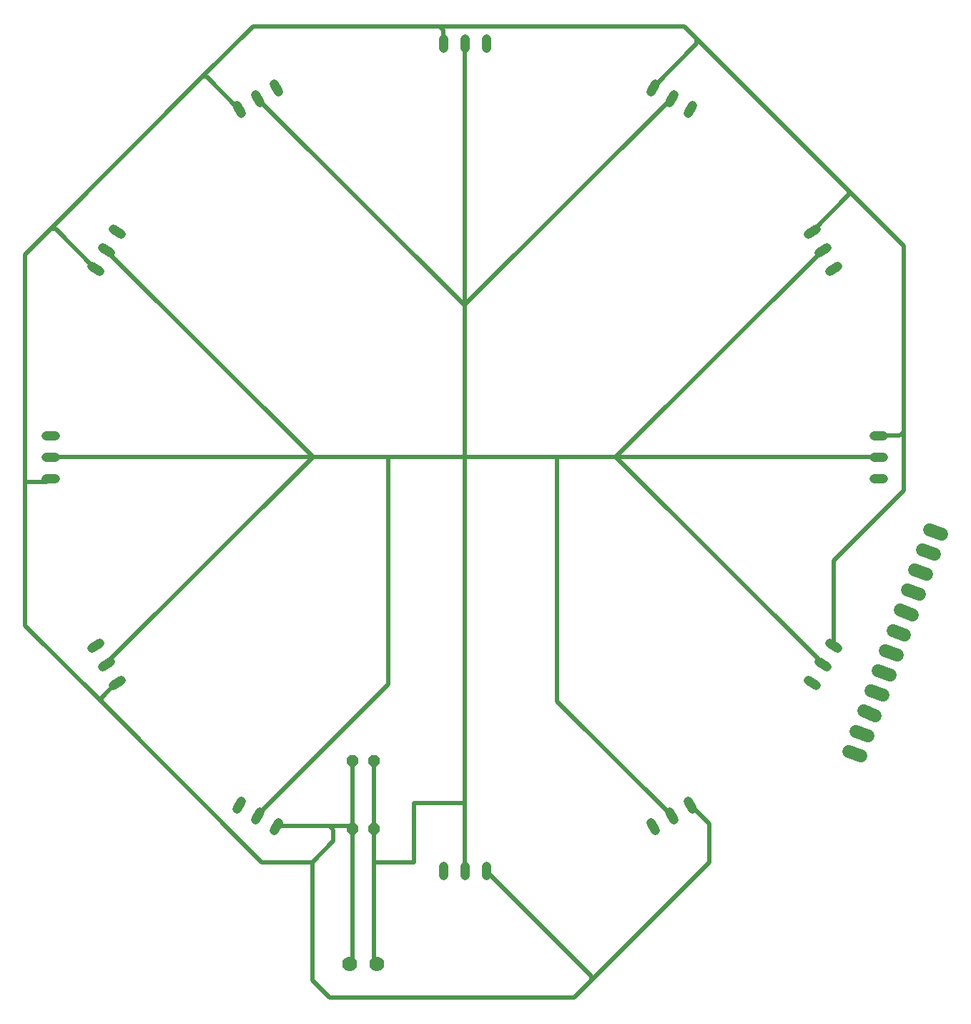
<source format=gbr>
G04 EAGLE Gerber RS-274X export*
G75*
%MOMM*%
%FSLAX34Y34*%
%LPD*%
%INBottom Copper*%
%IPPOS*%
%AMOC8*
5,1,8,0,0,1.08239X$1,22.5*%
G01*
%ADD10P,1.429621X8X22.500000*%
%ADD11C,1.524000*%
%ADD12C,1.108000*%
%ADD13C,1.778000*%
%ADD14C,0.508000*%


D10*
X-132700Y-440000D03*
X-107300Y-440000D03*
X-132700Y-360000D03*
X-107300Y-360000D03*
D11*
X550620Y-86119D02*
X564941Y-91331D01*
X556253Y-115199D02*
X541932Y-109987D01*
X533245Y-133855D02*
X547566Y-139068D01*
X538879Y-162936D02*
X524558Y-157723D01*
X515871Y-181592D02*
X530191Y-186804D01*
X521504Y-210672D02*
X507183Y-205460D01*
X498496Y-229328D02*
X512817Y-234540D01*
X504129Y-258408D02*
X489809Y-253196D01*
X481121Y-277064D02*
X495442Y-282277D01*
X486755Y-306145D02*
X472434Y-300932D01*
X463747Y-324801D02*
X478068Y-330013D01*
X469380Y-353881D02*
X455059Y-348669D01*
D12*
X484460Y25400D02*
X495540Y25400D01*
X495540Y0D02*
X484460Y0D01*
X484460Y-25400D02*
X495540Y-25400D01*
X406854Y264227D02*
X416450Y269767D01*
X429150Y247770D02*
X419554Y242230D01*
X432254Y220233D02*
X441850Y225773D01*
X220233Y432254D02*
X225773Y441850D01*
X247770Y429150D02*
X242230Y419554D01*
X264227Y406854D02*
X269767Y416450D01*
X-25400Y484460D02*
X-25400Y495540D01*
X0Y495540D02*
X0Y484460D01*
X25400Y484460D02*
X25400Y495540D01*
X-264227Y406854D02*
X-269767Y416450D01*
X-247770Y429150D02*
X-242230Y419554D01*
X-220233Y432254D02*
X-225773Y441850D01*
X-432254Y220233D02*
X-441850Y225773D01*
X-429150Y247770D02*
X-419554Y242230D01*
X-406854Y264227D02*
X-416450Y269767D01*
X-484460Y-25400D02*
X-495540Y-25400D01*
X-495540Y0D02*
X-484460Y0D01*
X-484460Y25400D02*
X-495540Y25400D01*
X-406854Y-264227D02*
X-416450Y-269767D01*
X-429150Y-247770D02*
X-419554Y-242230D01*
X-432254Y-220233D02*
X-441850Y-225773D01*
X-220233Y-432254D02*
X-225773Y-441850D01*
X-247770Y-429150D02*
X-242230Y-419554D01*
X-264227Y-406854D02*
X-269767Y-416450D01*
X25400Y-484460D02*
X25400Y-495540D01*
X0Y-495540D02*
X0Y-484460D01*
X-25400Y-484460D02*
X-25400Y-495540D01*
X264227Y-406854D02*
X269767Y-416450D01*
X247770Y-429150D02*
X242230Y-419554D01*
X220233Y-432254D02*
X225773Y-441850D01*
X432254Y-220233D02*
X441850Y-225773D01*
X429150Y-247770D02*
X419554Y-242230D01*
X406854Y-264227D02*
X416450Y-269767D01*
D13*
X-104000Y-600000D03*
X-136000Y-600000D03*
D14*
X-180000Y0D02*
X-490000Y0D01*
X0Y180000D02*
X0Y490000D01*
X0Y-410000D02*
X0Y-490000D01*
X-648Y180000D02*
X-245000Y424352D01*
X-648Y180000D02*
X0Y180000D01*
X-180000Y648D02*
X-424352Y245000D01*
X-180000Y648D02*
X-180000Y0D01*
X-180000Y-648D02*
X-424352Y-245000D01*
X-180000Y-648D02*
X-180000Y0D01*
X180000Y-648D02*
X424352Y-245000D01*
X-107300Y-360000D02*
X-107300Y-440000D01*
X-107300Y-480000D01*
X-60000Y-480000D01*
X-60000Y-410000D01*
X0Y-410000D01*
X180000Y648D02*
X424352Y245000D01*
X180000Y648D02*
X180000Y-648D01*
X648Y180000D02*
X245000Y424352D01*
X648Y180000D02*
X0Y180000D01*
X179352Y0D02*
X180000Y-648D01*
X-90000Y0D02*
X-180000Y0D01*
X-90000Y0D02*
X0Y0D01*
X110000Y0D01*
X179352Y0D01*
X180000Y648D02*
X180648Y0D01*
X490000Y0D01*
X-90000Y-269352D02*
X-245000Y-424352D01*
X-90000Y-269352D02*
X-90000Y0D01*
X0Y0D02*
X0Y180000D01*
X0Y0D02*
X0Y-410000D01*
X110000Y-289352D02*
X245000Y-424352D01*
X110000Y-289352D02*
X110000Y0D01*
X-107300Y-480000D02*
X-107300Y-596700D01*
X-104000Y-600000D01*
X437052Y-223003D02*
X437052Y-122948D01*
X520000Y-40000D01*
X520000Y250000D02*
X455000Y315000D01*
X275000Y495000D01*
X260000Y510000D01*
X-30000Y510000D01*
X-250000Y510000D01*
X-310000Y450000D01*
X-490000Y270000D01*
X-520000Y240000D01*
X520000Y30000D02*
X520000Y-40000D01*
X520000Y30000D02*
X520000Y250000D01*
X-520000Y240000D02*
X-520000Y-30000D01*
X-520000Y-200000D01*
X-240000Y-480000D02*
X-180000Y-480000D01*
X-430000Y-290000D02*
X-520000Y-200000D01*
X-430000Y-290000D02*
X-240000Y-480000D01*
X-223003Y-437052D02*
X-160000Y-437052D01*
X-135648Y-437052D01*
X-132700Y-440000D01*
X-132700Y-360000D01*
X-160000Y-437052D02*
X-155000Y-442052D01*
X-411652Y-266997D02*
X-430000Y-285345D01*
X-430000Y-290000D01*
X-494600Y-30000D02*
X-490000Y-25400D01*
X-494600Y-30000D02*
X-520000Y-30000D01*
X-437052Y223003D02*
X-484049Y270000D01*
X-490000Y270000D01*
X-305345Y450000D02*
X-266997Y411652D01*
X-305345Y450000D02*
X-310000Y450000D01*
X-25400Y490000D02*
X-25400Y505400D01*
X-30000Y510000D01*
X223003Y437052D02*
X275000Y489049D01*
X275000Y495000D01*
X455000Y310345D02*
X411652Y266997D01*
X455000Y310345D02*
X455000Y315000D01*
X490000Y25400D02*
X515400Y25400D01*
X520000Y30000D01*
X-180000Y-480000D02*
X-180000Y-620000D01*
X-160000Y-640000D02*
X130000Y-640000D01*
X150000Y-620000D01*
X290000Y-480000D01*
X290000Y-434655D02*
X266997Y-411652D01*
X-160000Y-640000D02*
X-180000Y-620000D01*
X290000Y-480000D02*
X290000Y-434655D01*
X150000Y-614600D02*
X25400Y-490000D01*
X150000Y-614600D02*
X150000Y-620000D01*
X-155000Y-455000D02*
X-155000Y-442052D01*
X-155000Y-455000D02*
X-180000Y-480000D01*
X-132700Y-440000D02*
X-132700Y-596700D01*
X-136000Y-600000D01*
M02*

</source>
